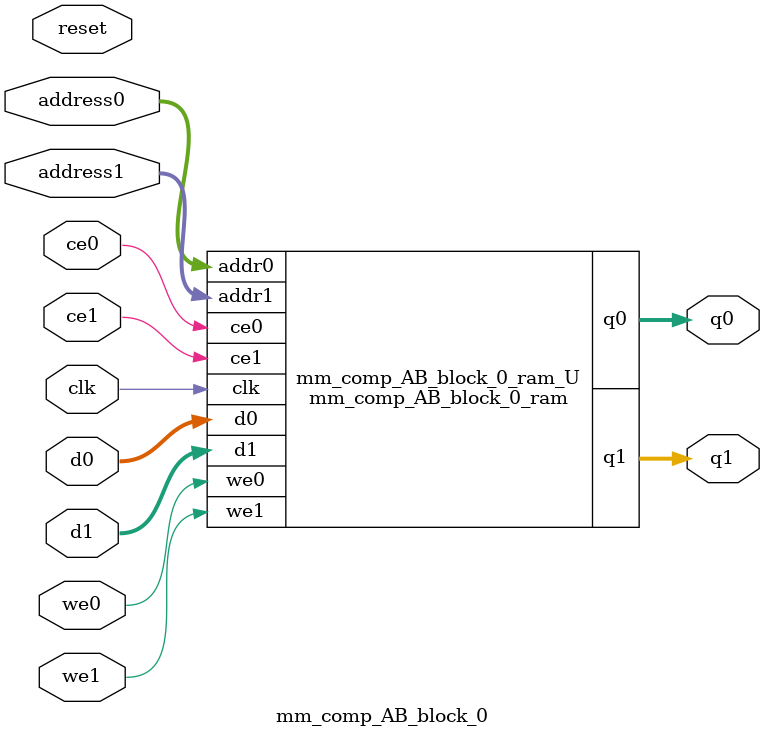
<source format=v>
`timescale 1 ns / 1 ps
module mm_comp_AB_block_0_ram (addr0, ce0, d0, we0, q0, addr1, ce1, d1, we1, q1,  clk);

parameter DWIDTH = 16;
parameter AWIDTH = 8;
parameter MEM_SIZE = 256;

input[AWIDTH-1:0] addr0;
input ce0;
input[DWIDTH-1:0] d0;
input we0;
output reg[DWIDTH-1:0] q0;
input[AWIDTH-1:0] addr1;
input ce1;
input[DWIDTH-1:0] d1;
input we1;
output reg[DWIDTH-1:0] q1;
input clk;

(* ram_style = "block" *)reg [DWIDTH-1:0] ram[0:MEM_SIZE-1];




always @(posedge clk)  
begin 
    if (ce0) begin
        if (we0) 
            ram[addr0] <= d0; 
        q0 <= ram[addr0];
    end
end


always @(posedge clk)  
begin 
    if (ce1) begin
        if (we1) 
            ram[addr1] <= d1; 
        q1 <= ram[addr1];
    end
end


endmodule

`timescale 1 ns / 1 ps
module mm_comp_AB_block_0(
    reset,
    clk,
    address0,
    ce0,
    we0,
    d0,
    q0,
    address1,
    ce1,
    we1,
    d1,
    q1);

parameter DataWidth = 32'd16;
parameter AddressRange = 32'd256;
parameter AddressWidth = 32'd8;
input reset;
input clk;
input[AddressWidth - 1:0] address0;
input ce0;
input we0;
input[DataWidth - 1:0] d0;
output[DataWidth - 1:0] q0;
input[AddressWidth - 1:0] address1;
input ce1;
input we1;
input[DataWidth - 1:0] d1;
output[DataWidth - 1:0] q1;



mm_comp_AB_block_0_ram mm_comp_AB_block_0_ram_U(
    .clk( clk ),
    .addr0( address0 ),
    .ce0( ce0 ),
    .we0( we0 ),
    .d0( d0 ),
    .q0( q0 ),
    .addr1( address1 ),
    .ce1( ce1 ),
    .we1( we1 ),
    .d1( d1 ),
    .q1( q1 ));

endmodule


</source>
